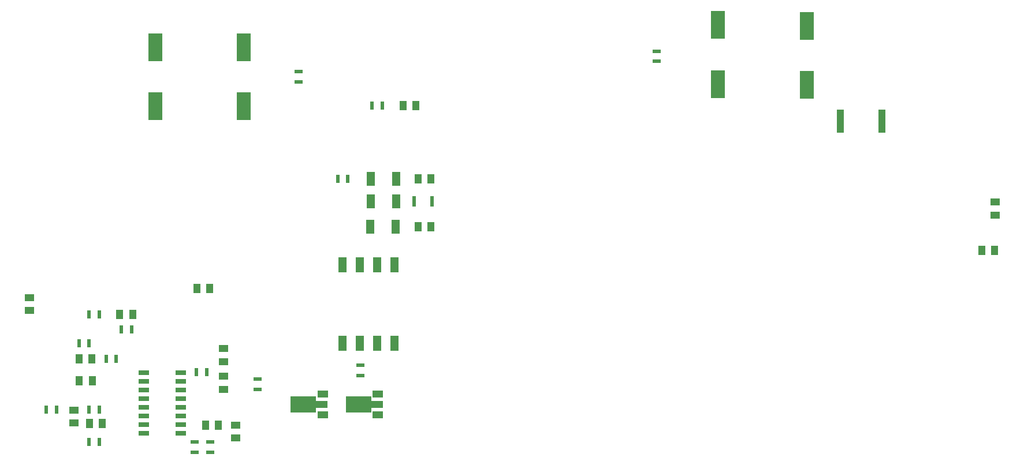
<source format=gtp>
G04 Layer_Color=8421504*
%FSAX23Y23*%
%MOIN*%
G70*
G01*
G75*
%ADD10R,0.057X0.039*%
%ADD11R,0.039X0.057*%
%ADD12R,0.020X0.049*%
%ADD13R,0.060X0.026*%
%ADD14R,0.049X0.020*%
%ADD15R,0.049X0.079*%
%ADD16R,0.020X0.063*%
%ADD17R,0.051X0.087*%
%ADD18R,0.150X0.098*%
%ADD19R,0.059X0.039*%
%ADD20R,0.067X0.039*%
%ADD21R,0.079X0.161*%
%ADD22R,0.041X0.136*%
G54D10*
X01110Y02781D02*
D03*
Y02706D02*
D03*
X02232Y02411D02*
D03*
Y02485D02*
D03*
Y02251D02*
D03*
Y02326D02*
D03*
X02301Y01970D02*
D03*
Y02044D02*
D03*
X01366Y02056D02*
D03*
Y02131D02*
D03*
X06683Y03257D02*
D03*
Y03332D02*
D03*
G54D11*
X02126Y02044D02*
D03*
X02201D02*
D03*
X02152Y02832D02*
D03*
X02077D02*
D03*
X03354Y03190D02*
D03*
X03429D02*
D03*
X03354Y03466D02*
D03*
X03429D02*
D03*
X01457Y02054D02*
D03*
X01532D02*
D03*
X01398Y02300D02*
D03*
X01473D02*
D03*
X01471Y02428D02*
D03*
X01396D02*
D03*
X01707Y02684D02*
D03*
X01632D02*
D03*
X03266Y03889D02*
D03*
X03341D02*
D03*
X06606Y03052D02*
D03*
X06681D02*
D03*
G54D12*
X02075Y02349D02*
D03*
X02134D02*
D03*
X01701Y02596D02*
D03*
X01642D02*
D03*
X02949Y03466D02*
D03*
X02890D02*
D03*
X01612Y02428D02*
D03*
X01553D02*
D03*
X01514Y01946D02*
D03*
X01455D02*
D03*
X01514Y02133D02*
D03*
X01455D02*
D03*
X01209D02*
D03*
X01268D02*
D03*
X01455Y02517D02*
D03*
X01396Y02517D02*
D03*
X01455Y02684D02*
D03*
X01514D02*
D03*
X03087Y03889D02*
D03*
X03146D02*
D03*
G54D13*
X01771Y02347D02*
D03*
Y02297D02*
D03*
Y02247D02*
D03*
Y02197D02*
D03*
Y02147D02*
D03*
Y02097D02*
D03*
Y02047D02*
D03*
Y01997D02*
D03*
X01985D02*
D03*
Y02047D02*
D03*
Y02097D02*
D03*
Y02147D02*
D03*
Y02197D02*
D03*
Y02247D02*
D03*
Y02297D02*
D03*
Y02347D02*
D03*
G54D14*
X02154Y01946D02*
D03*
Y01887D02*
D03*
X03020Y02389D02*
D03*
Y02330D02*
D03*
X02065Y01946D02*
D03*
Y01887D02*
D03*
X04730Y04204D02*
D03*
Y04145D02*
D03*
X02429Y02310D02*
D03*
Y02251D02*
D03*
X02664Y04027D02*
D03*
Y04086D02*
D03*
G54D15*
X03082Y03466D02*
D03*
X03229D02*
D03*
Y03338D02*
D03*
X03082D02*
D03*
X03077Y03190D02*
D03*
X03225D02*
D03*
G54D16*
X03331Y03338D02*
D03*
X03433D02*
D03*
G54D17*
X02919Y02970D02*
D03*
X03019D02*
D03*
X03119D02*
D03*
X03219D02*
D03*
Y02516D02*
D03*
X03119D02*
D03*
X03019D02*
D03*
X02919D02*
D03*
G54D18*
X02691Y02162D02*
D03*
X03010D02*
D03*
G54D19*
X02803Y02222D02*
D03*
Y02103D02*
D03*
X03122Y02222D02*
D03*
Y02103D02*
D03*
G54D20*
X02799Y02162D02*
D03*
X03118D02*
D03*
G54D21*
X02349Y04227D02*
D03*
Y03885D02*
D03*
X01837Y04227D02*
D03*
Y03885D02*
D03*
X05597Y04351D02*
D03*
Y04009D02*
D03*
X05085Y04355D02*
D03*
Y04013D02*
D03*
G54D22*
X06032Y03800D02*
D03*
X05791D02*
D03*
M02*

</source>
